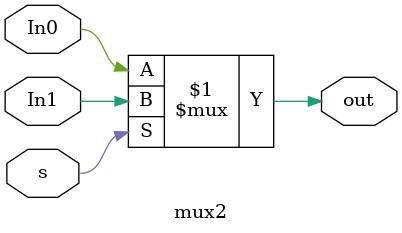
<source format=sv>
module equalChecker(In1,In2,result);
 parameter n = 4 ;
 input [n-1:0] In1,In2 ;
 output result;
 genvar k ;

 wire [n-1:0] eachBit;
 
 generate
 for (k = 0; k < n; k = k+1)
    assign eachBit[k] = ~(In1[k] ^ In2[k]) ;
 endgenerate

 assign result = &eachBit ;
 
endmodule
 

module filpflop(input In,Clk,Reset,En, output reg out);
 
 always @(posedge Reset or posedge Clk)
  if(Reset)
   out <= 0 ;
  else
   if (En)
    out <= In ;
  
endmodule

module reducer(In1,In2,result);
 parameter n = 5 ;
 input [n-1:0] In1, In2 ;
 output [n-1:0] result ;

 assign result = In1 - In2 ;

endmodule

module mux2(input In0,In1,s, output out);

 assign out = s ? In1 : In0 ;

endmodule
</source>
